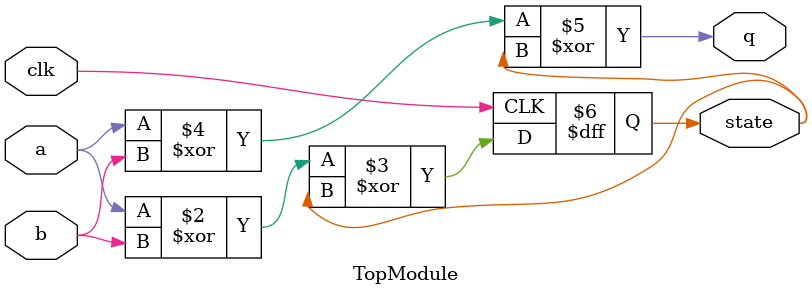
<source format=sv>

module TopModule (
  input clk,
  input a,
  input b,
  output q,
  output state
);
always @(posedge clk) begin
    state <= a ^ b ^ state;
end

assign q = a ^ b ^ state;
endmodule

</source>
